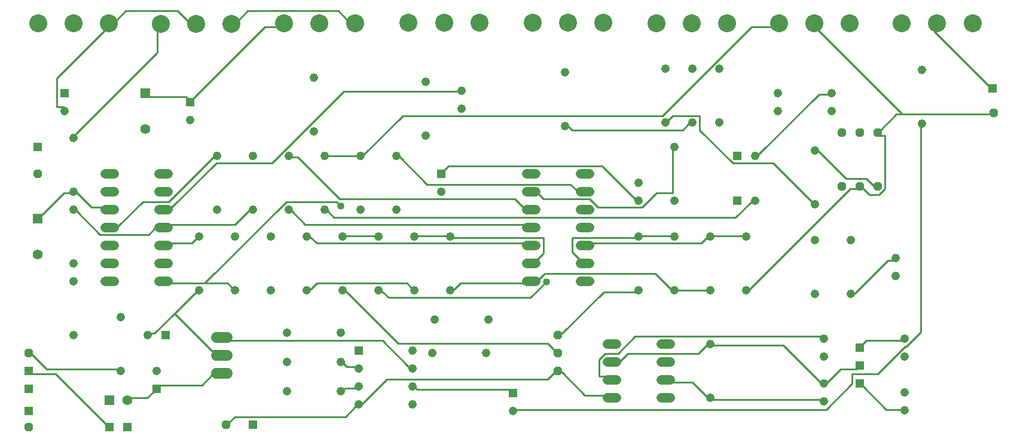
<source format=gbl>
G75*
G70*
%OFA0B0*%
%FSLAX24Y24*%
%IPPOS*%
%LPD*%
%AMOC8*
5,1,8,0,0,1.08239X$1,22.5*
%
%ADD10C,0.0520*%
%ADD11C,0.0600*%
%ADD12R,0.0476X0.0476*%
%ADD13OC8,0.0476*%
%ADD14C,0.0476*%
%ADD15R,0.0554X0.0554*%
%ADD16C,0.0554*%
%ADD17C,0.1000*%
%ADD18C,0.0100*%
%ADD19C,0.0400*%
D10*
X005421Y009181D02*
X005941Y009181D01*
X005941Y010181D02*
X005421Y010181D01*
X005421Y011181D02*
X005941Y011181D01*
X005941Y012181D02*
X005421Y012181D01*
X005421Y013181D02*
X005941Y013181D01*
X005941Y014181D02*
X005421Y014181D01*
X005421Y015181D02*
X005941Y015181D01*
X008421Y015181D02*
X008941Y015181D01*
X008941Y014181D02*
X008421Y014181D01*
X008421Y013181D02*
X008941Y013181D01*
X008941Y012181D02*
X008421Y012181D01*
X008421Y011181D02*
X008941Y011181D01*
X008941Y010181D02*
X008421Y010181D01*
X008421Y009181D02*
X008941Y009181D01*
X028921Y009181D02*
X029441Y009181D01*
X029441Y010181D02*
X028921Y010181D01*
X028921Y011181D02*
X029441Y011181D01*
X029441Y012181D02*
X028921Y012181D01*
X028921Y013181D02*
X029441Y013181D01*
X029441Y014181D02*
X028921Y014181D01*
X028921Y015181D02*
X029441Y015181D01*
X031921Y015181D02*
X032441Y015181D01*
X032441Y014181D02*
X031921Y014181D01*
X031921Y013181D02*
X032441Y013181D01*
X032441Y012181D02*
X031921Y012181D01*
X031921Y011181D02*
X032441Y011181D01*
X032441Y010181D02*
X031921Y010181D01*
X031921Y009181D02*
X032441Y009181D01*
X033421Y005681D02*
X033941Y005681D01*
X033941Y004681D02*
X033421Y004681D01*
X033421Y003681D02*
X033941Y003681D01*
X033941Y002681D02*
X033421Y002681D01*
X036421Y002681D02*
X036941Y002681D01*
X036941Y003681D02*
X036421Y003681D01*
X036421Y004681D02*
X036941Y004681D01*
X036941Y005681D02*
X036421Y005681D01*
D11*
X012231Y006056D02*
X011631Y006056D01*
X011631Y005056D02*
X012231Y005056D01*
X012231Y004056D02*
X011631Y004056D01*
D12*
X008306Y003181D03*
X006681Y001056D03*
X005681Y001056D03*
X001181Y001931D03*
X001181Y003181D03*
X001181Y004181D03*
X008806Y006181D03*
X013681Y001181D03*
X019556Y005306D03*
X028181Y002931D03*
X047493Y003465D03*
X047493Y004465D03*
X047493Y005465D03*
X040681Y013681D03*
X040681Y016181D03*
X054897Y019939D03*
X024181Y015181D03*
X010181Y019181D03*
X003181Y019681D03*
X001681Y016681D03*
D13*
X001181Y001056D03*
X001181Y005181D03*
X012181Y001181D03*
X030681Y004181D03*
X030681Y005181D03*
X030681Y006181D03*
X046493Y014465D03*
X047493Y014465D03*
X048493Y014465D03*
X048493Y017465D03*
X047493Y017465D03*
X046493Y017465D03*
X054976Y018561D03*
X001681Y015181D03*
D14*
X003681Y014181D03*
X003681Y013181D03*
X003681Y010181D03*
X003681Y009181D03*
X006306Y007181D03*
X007806Y006181D03*
X008306Y004181D03*
X006306Y004181D03*
X003681Y006181D03*
X010681Y008681D03*
X012681Y008681D03*
X014681Y008681D03*
X016681Y008681D03*
X018681Y008681D03*
X020681Y008681D03*
X022681Y008681D03*
X024681Y008681D03*
X023806Y007056D03*
X026806Y007056D03*
X026681Y005181D03*
X023681Y005181D03*
X022556Y005306D03*
X022556Y004306D03*
X022556Y003306D03*
X022556Y002306D03*
X019556Y002306D03*
X019556Y003306D03*
X018556Y003056D03*
X019556Y004306D03*
X018556Y004681D03*
X018556Y006306D03*
X015556Y006306D03*
X015556Y004681D03*
X015556Y003056D03*
X028181Y001931D03*
X039181Y002681D03*
X039181Y005681D03*
X039181Y008681D03*
X041181Y008681D03*
X044993Y008465D03*
X046993Y008465D03*
X049493Y009465D03*
X049493Y010465D03*
X046993Y011465D03*
X044993Y011465D03*
X044993Y013465D03*
X041681Y013681D03*
X041181Y011681D03*
X039181Y011681D03*
X037181Y011681D03*
X035181Y011681D03*
X035181Y013681D03*
X037181Y013681D03*
X035181Y014681D03*
X037181Y016681D03*
X036660Y018046D03*
X038160Y018046D03*
X039660Y018046D03*
X041681Y016181D03*
X044993Y016465D03*
X045932Y018686D03*
X045932Y019686D03*
X042932Y019686D03*
X042932Y018686D03*
X039660Y021046D03*
X038160Y021046D03*
X036660Y021046D03*
X031078Y020830D03*
X031078Y017830D03*
X025284Y018821D03*
X025284Y019821D03*
X023284Y020321D03*
X023284Y017321D03*
X021681Y016181D03*
X019681Y016181D03*
X017681Y016181D03*
X015681Y016181D03*
X017058Y017542D03*
X013681Y016181D03*
X011681Y016181D03*
X010181Y018181D03*
X003681Y017181D03*
X003181Y018681D03*
X011681Y013181D03*
X013681Y013181D03*
X015681Y013181D03*
X017681Y013181D03*
X019681Y013181D03*
X021681Y013181D03*
X024181Y014181D03*
X024681Y011681D03*
X022681Y011681D03*
X020681Y011681D03*
X018681Y011681D03*
X016681Y011681D03*
X014681Y011681D03*
X012681Y011681D03*
X010681Y011681D03*
X017058Y020542D03*
X035181Y008681D03*
X037181Y008681D03*
X045493Y005965D03*
X045493Y004965D03*
X045493Y003465D03*
X045493Y002465D03*
X049993Y001965D03*
X049993Y002965D03*
X049993Y004965D03*
X049993Y005965D03*
X050974Y017970D03*
X050974Y020970D03*
D15*
X007681Y019681D03*
X001681Y012681D03*
X005681Y002556D03*
D16*
X006681Y002556D03*
X001681Y010681D03*
X007681Y017681D03*
D17*
X008543Y023557D03*
X010512Y023557D03*
X012480Y023557D03*
X015412Y023579D03*
X017380Y023579D03*
X019349Y023579D03*
X022347Y023600D03*
X024316Y023600D03*
X026284Y023600D03*
X029266Y023623D03*
X031235Y023623D03*
X033203Y023623D03*
X036168Y023586D03*
X038137Y023586D03*
X040105Y023586D03*
X042997Y023587D03*
X044965Y023587D03*
X046934Y023587D03*
X049846Y023591D03*
X051815Y023591D03*
X053783Y023591D03*
X005630Y023586D03*
X003662Y023586D03*
X001693Y023586D03*
D18*
X002741Y020501D02*
X005381Y023141D01*
X005630Y023586D01*
X006101Y023781D01*
X006581Y024261D01*
X009461Y024261D01*
X010021Y023701D01*
X010512Y023557D01*
X012480Y023557D02*
X012901Y023781D01*
X013381Y024261D01*
X018421Y024261D01*
X018901Y023781D01*
X019349Y023579D01*
X015412Y023579D02*
X014981Y023381D01*
X014341Y023381D01*
X010341Y019381D01*
X010181Y019181D01*
X010021Y019381D01*
X009941Y019461D01*
X007941Y019461D01*
X007681Y019681D01*
X008341Y021941D02*
X003781Y017381D01*
X003681Y017181D01*
X003181Y018681D02*
X003141Y018901D01*
X002741Y018901D01*
X002741Y020501D01*
X008341Y021941D02*
X008341Y023061D01*
X008543Y023557D01*
X014741Y015781D02*
X018741Y019781D01*
X025061Y019781D01*
X025284Y019821D01*
X022021Y018421D02*
X036501Y018421D01*
X041461Y023381D01*
X042501Y023381D01*
X042997Y023587D01*
X044965Y023587D02*
X045221Y023141D01*
X049861Y018501D01*
X049541Y018501D01*
X048661Y017621D01*
X048493Y017465D01*
X048661Y017301D01*
X048901Y017301D01*
X048901Y014341D01*
X048581Y014021D01*
X048021Y014021D01*
X047701Y014341D01*
X047493Y014465D01*
X047301Y014341D01*
X046981Y014341D01*
X041381Y008741D01*
X041181Y008681D01*
X039181Y008681D02*
X038981Y008661D01*
X037381Y008661D01*
X037181Y008681D01*
X036981Y008741D01*
X036101Y009621D01*
X029941Y009621D01*
X029621Y009301D01*
X029181Y009181D01*
X028741Y009061D01*
X025221Y009061D01*
X024901Y008741D01*
X024681Y008681D01*
X022681Y008681D02*
X022501Y008821D01*
X022261Y009061D01*
X017221Y009061D01*
X016901Y008741D01*
X016681Y008681D01*
X018681Y008681D02*
X018901Y008581D01*
X021781Y005701D01*
X030101Y005701D01*
X030501Y005301D01*
X030681Y005181D01*
X030681Y006181D02*
X030901Y006261D01*
X033221Y008581D01*
X034981Y008581D01*
X035181Y008681D01*
X032181Y010181D02*
X031861Y010421D01*
X031461Y010821D01*
X031461Y011621D01*
X034981Y011621D01*
X035181Y011681D01*
X035381Y011701D01*
X036981Y011701D01*
X037181Y011681D01*
X038661Y011301D02*
X038981Y011621D01*
X039181Y011681D01*
X039381Y011701D01*
X040981Y011701D01*
X041181Y011681D01*
X040581Y012741D02*
X041461Y013621D01*
X041681Y013681D01*
X040581Y012741D02*
X018181Y012741D01*
X017861Y013061D01*
X017681Y013181D01*
X018341Y013621D02*
X015541Y013621D01*
X010981Y009061D01*
X012261Y009061D01*
X012501Y008821D01*
X012681Y008681D01*
X010981Y009061D02*
X009141Y009061D01*
X008681Y009181D01*
X009301Y007381D02*
X010501Y008581D01*
X010681Y008681D01*
X009301Y007381D02*
X011381Y005301D01*
X011461Y005301D01*
X011931Y005056D01*
X012421Y005861D02*
X011931Y006056D01*
X012421Y005861D02*
X020901Y005861D01*
X022341Y004421D01*
X022556Y004306D01*
X021141Y003701D02*
X019781Y002341D01*
X019556Y002306D01*
X019381Y002181D01*
X018821Y001621D01*
X012661Y001621D01*
X012341Y001301D01*
X012181Y001181D01*
X008501Y003381D02*
X008306Y003181D01*
X008101Y002981D01*
X007781Y002661D01*
X006901Y002661D01*
X006681Y002556D01*
X008501Y003381D02*
X010821Y003381D01*
X011381Y003941D01*
X011931Y004056D01*
X009301Y007381D02*
X008181Y006261D01*
X008021Y006261D01*
X007806Y006181D01*
X006306Y004181D02*
X006101Y004261D01*
X002181Y004261D01*
X001381Y005061D01*
X001181Y005181D01*
X001181Y004181D02*
X001381Y004021D01*
X002661Y004021D01*
X005461Y001221D01*
X005681Y001056D01*
X018556Y003056D02*
X018741Y003141D01*
X018821Y003221D01*
X019381Y003221D01*
X019556Y003306D01*
X021141Y003701D02*
X030101Y003701D01*
X030501Y004101D01*
X030681Y004181D01*
X030901Y004101D01*
X032181Y002821D01*
X033221Y002821D01*
X033681Y002681D01*
X033681Y003681D02*
X033301Y003861D01*
X032981Y003861D01*
X032981Y004821D01*
X033301Y005141D01*
X034021Y005141D01*
X034981Y006101D01*
X045301Y006101D01*
X045493Y005965D01*
X043221Y005621D02*
X039381Y005621D01*
X039181Y005681D01*
X038981Y005621D01*
X038501Y005141D01*
X034581Y005141D01*
X034181Y004741D01*
X033681Y004681D01*
X036681Y003681D02*
X037141Y003541D01*
X038181Y003541D01*
X038981Y002741D01*
X039181Y002681D01*
X039381Y002581D01*
X045301Y002581D01*
X045493Y002465D01*
X045621Y002021D02*
X047061Y003461D01*
X047061Y004021D01*
X048501Y004021D01*
X050021Y005541D01*
X050101Y005541D01*
X050901Y006341D01*
X050901Y017781D01*
X050974Y017970D01*
X049861Y018501D02*
X054741Y018501D01*
X054976Y018561D01*
X054897Y019939D02*
X054661Y020101D01*
X051621Y023141D01*
X051815Y023591D01*
X045932Y019686D02*
X045701Y019621D01*
X045221Y019621D01*
X041861Y016261D01*
X041681Y016181D01*
X042661Y015781D02*
X040421Y015781D01*
X038581Y017621D01*
X038581Y018421D01*
X037061Y018421D01*
X036821Y018181D01*
X036660Y018046D01*
X037621Y017621D02*
X037941Y017941D01*
X038160Y018046D01*
X037621Y017621D02*
X031461Y017621D01*
X031301Y017781D01*
X031078Y017830D01*
X033141Y015621D02*
X034981Y013781D01*
X035181Y013681D01*
X035381Y013301D02*
X032901Y013301D01*
X032421Y013781D01*
X029861Y013781D01*
X029621Y014021D01*
X029181Y014181D01*
X028741Y013301D02*
X028261Y013781D01*
X018501Y013781D01*
X016181Y016101D01*
X015861Y016101D01*
X015681Y016181D01*
X014741Y015781D02*
X011621Y015781D01*
X009141Y013301D01*
X008681Y013181D01*
X008981Y013621D02*
X007541Y013621D01*
X006181Y012261D01*
X005681Y012181D01*
X005141Y011781D02*
X007861Y011781D01*
X008181Y012101D01*
X008681Y012181D01*
X009141Y012341D01*
X012661Y012341D01*
X013461Y013141D01*
X013681Y013181D01*
X015681Y013181D02*
X015861Y013061D01*
X016581Y012341D01*
X028741Y012341D01*
X029181Y012181D01*
X029861Y011621D02*
X024901Y011621D01*
X024681Y011681D01*
X024501Y011701D01*
X022901Y011701D01*
X022681Y011681D01*
X020681Y011681D02*
X020501Y011701D01*
X018901Y011701D01*
X018681Y011681D01*
X017221Y011301D02*
X028741Y011301D01*
X029181Y011181D01*
X029861Y011621D02*
X029861Y010741D01*
X029541Y010421D01*
X029181Y010181D01*
X030021Y009141D02*
X029141Y008261D01*
X021221Y008261D01*
X020901Y008581D01*
X020681Y008681D01*
X017221Y011301D02*
X016901Y011621D01*
X016681Y011681D01*
X018581Y013381D02*
X018341Y013621D01*
X021681Y016181D02*
X021861Y016101D01*
X023381Y014581D01*
X031381Y014581D01*
X031701Y014261D01*
X032181Y014181D01*
X033141Y015621D02*
X024581Y015621D01*
X024341Y015381D01*
X024181Y015181D01*
X022021Y018421D02*
X019861Y016261D01*
X019681Y016181D01*
X017681Y016181D01*
X011681Y016181D02*
X011461Y016101D01*
X008981Y013621D01*
X010501Y011541D02*
X010681Y011681D01*
X010501Y011541D02*
X010261Y011301D01*
X009141Y011301D01*
X008681Y011181D01*
X005141Y011781D02*
X003861Y013061D01*
X003681Y013181D01*
X003861Y014101D02*
X004661Y013301D01*
X005221Y013301D01*
X005681Y013181D01*
X003861Y014101D02*
X003681Y014181D01*
X003461Y014101D01*
X003141Y014101D01*
X001941Y012901D01*
X001681Y012681D01*
X018556Y004681D02*
X018741Y004581D01*
X018901Y004421D01*
X019381Y004421D01*
X019556Y004306D01*
X022556Y003306D02*
X022741Y003221D01*
X022821Y003141D01*
X028021Y003141D01*
X028181Y002931D01*
X028341Y002021D02*
X028181Y001931D01*
X028341Y002021D02*
X045621Y002021D01*
X047493Y003465D02*
X047701Y003301D01*
X048981Y002021D01*
X049781Y002021D01*
X049993Y001965D01*
X047493Y004465D02*
X047301Y004261D01*
X046421Y004261D01*
X045701Y003541D01*
X045493Y003465D01*
X045301Y003541D01*
X043221Y005621D01*
X047493Y005465D02*
X047701Y005701D01*
X047861Y005861D01*
X049781Y005861D01*
X049993Y005965D01*
X047221Y008501D02*
X046993Y008465D01*
X047221Y008501D02*
X049061Y010341D01*
X049301Y010341D01*
X049493Y010465D01*
X044993Y013465D02*
X044821Y013621D01*
X042661Y015781D01*
X044993Y016465D02*
X045221Y016421D01*
X046741Y014901D01*
X047861Y014901D01*
X048261Y014501D01*
X048493Y014465D01*
X038661Y011301D02*
X032661Y011301D01*
X032181Y011181D01*
X029181Y013181D02*
X028741Y013301D01*
X035381Y013301D02*
X036181Y014101D01*
X037061Y014101D01*
X037061Y016501D01*
X037181Y016681D01*
D19*
X030021Y009141D03*
X018581Y013381D03*
M02*

</source>
